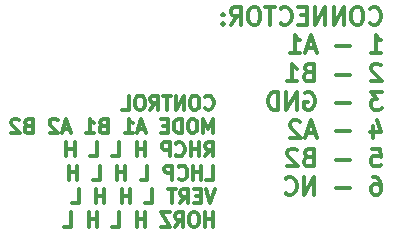
<source format=gbo>
%FSLAX34Y34*%
G04 Gerber Fmt 3.4, Leading zero omitted, Abs format*
G04 (created by PCBNEW (2014-03-19 BZR 4756)-product) date Mon Jun 30 13:49:00 2014*
%MOIN*%
G01*
G70*
G90*
G04 APERTURE LIST*
%ADD10C,0.005906*%
%ADD11C,0.011811*%
G04 APERTURE END LIST*
G54D10*
G54D11*
X60217Y-38219D02*
X60240Y-38242D01*
X60307Y-38264D01*
X60352Y-38264D01*
X60420Y-38242D01*
X60465Y-38197D01*
X60487Y-38152D01*
X60510Y-38062D01*
X60510Y-37994D01*
X60487Y-37904D01*
X60465Y-37859D01*
X60420Y-37814D01*
X60352Y-37792D01*
X60307Y-37792D01*
X60240Y-37814D01*
X60217Y-37837D01*
X59925Y-37792D02*
X59835Y-37792D01*
X59790Y-37814D01*
X59745Y-37859D01*
X59722Y-37949D01*
X59722Y-38107D01*
X59745Y-38197D01*
X59790Y-38242D01*
X59835Y-38264D01*
X59925Y-38264D01*
X59970Y-38242D01*
X60015Y-38197D01*
X60037Y-38107D01*
X60037Y-37949D01*
X60015Y-37859D01*
X59970Y-37814D01*
X59925Y-37792D01*
X59520Y-38264D02*
X59520Y-37792D01*
X59250Y-38264D01*
X59250Y-37792D01*
X59092Y-37792D02*
X58822Y-37792D01*
X58957Y-38264D02*
X58957Y-37792D01*
X58395Y-38264D02*
X58552Y-38039D01*
X58665Y-38264D02*
X58665Y-37792D01*
X58485Y-37792D01*
X58440Y-37814D01*
X58417Y-37837D01*
X58395Y-37882D01*
X58395Y-37949D01*
X58417Y-37994D01*
X58440Y-38017D01*
X58485Y-38039D01*
X58665Y-38039D01*
X58102Y-37792D02*
X58012Y-37792D01*
X57967Y-37814D01*
X57922Y-37859D01*
X57900Y-37949D01*
X57900Y-38107D01*
X57922Y-38197D01*
X57967Y-38242D01*
X58012Y-38264D01*
X58102Y-38264D01*
X58147Y-38242D01*
X58192Y-38197D01*
X58215Y-38107D01*
X58215Y-37949D01*
X58192Y-37859D01*
X58147Y-37814D01*
X58102Y-37792D01*
X57472Y-38264D02*
X57697Y-38264D01*
X57697Y-37792D01*
X60487Y-39044D02*
X60487Y-38571D01*
X60330Y-38909D01*
X60172Y-38571D01*
X60172Y-39044D01*
X59857Y-38571D02*
X59767Y-38571D01*
X59722Y-38594D01*
X59677Y-38639D01*
X59655Y-38729D01*
X59655Y-38886D01*
X59677Y-38976D01*
X59722Y-39021D01*
X59767Y-39044D01*
X59857Y-39044D01*
X59902Y-39021D01*
X59947Y-38976D01*
X59970Y-38886D01*
X59970Y-38729D01*
X59947Y-38639D01*
X59902Y-38594D01*
X59857Y-38571D01*
X59452Y-39044D02*
X59452Y-38571D01*
X59340Y-38571D01*
X59272Y-38594D01*
X59227Y-38639D01*
X59205Y-38684D01*
X59182Y-38774D01*
X59182Y-38841D01*
X59205Y-38931D01*
X59227Y-38976D01*
X59272Y-39021D01*
X59340Y-39044D01*
X59452Y-39044D01*
X58980Y-38796D02*
X58822Y-38796D01*
X58755Y-39044D02*
X58980Y-39044D01*
X58980Y-38571D01*
X58755Y-38571D01*
X58215Y-38909D02*
X57990Y-38909D01*
X58260Y-39044D02*
X58102Y-38571D01*
X57945Y-39044D01*
X57540Y-39044D02*
X57810Y-39044D01*
X57675Y-39044D02*
X57675Y-38571D01*
X57720Y-38639D01*
X57765Y-38684D01*
X57810Y-38706D01*
X56820Y-38796D02*
X56752Y-38819D01*
X56730Y-38841D01*
X56707Y-38886D01*
X56707Y-38954D01*
X56730Y-38999D01*
X56752Y-39021D01*
X56797Y-39044D01*
X56977Y-39044D01*
X56977Y-38571D01*
X56820Y-38571D01*
X56775Y-38594D01*
X56752Y-38616D01*
X56730Y-38661D01*
X56730Y-38706D01*
X56752Y-38751D01*
X56775Y-38774D01*
X56820Y-38796D01*
X56977Y-38796D01*
X56258Y-39044D02*
X56528Y-39044D01*
X56393Y-39044D02*
X56393Y-38571D01*
X56438Y-38639D01*
X56483Y-38684D01*
X56528Y-38706D01*
X55718Y-38909D02*
X55493Y-38909D01*
X55763Y-39044D02*
X55605Y-38571D01*
X55448Y-39044D01*
X55313Y-38616D02*
X55290Y-38594D01*
X55245Y-38571D01*
X55133Y-38571D01*
X55088Y-38594D01*
X55065Y-38616D01*
X55043Y-38661D01*
X55043Y-38706D01*
X55065Y-38774D01*
X55335Y-39044D01*
X55043Y-39044D01*
X54323Y-38796D02*
X54255Y-38819D01*
X54233Y-38841D01*
X54210Y-38886D01*
X54210Y-38954D01*
X54233Y-38999D01*
X54255Y-39021D01*
X54300Y-39044D01*
X54480Y-39044D01*
X54480Y-38571D01*
X54323Y-38571D01*
X54278Y-38594D01*
X54255Y-38616D01*
X54233Y-38661D01*
X54233Y-38706D01*
X54255Y-38751D01*
X54278Y-38774D01*
X54323Y-38796D01*
X54480Y-38796D01*
X54030Y-38616D02*
X54008Y-38594D01*
X53963Y-38571D01*
X53850Y-38571D01*
X53805Y-38594D01*
X53783Y-38616D01*
X53760Y-38661D01*
X53760Y-38706D01*
X53783Y-38774D01*
X54053Y-39044D01*
X53760Y-39044D01*
X60217Y-39823D02*
X60375Y-39598D01*
X60487Y-39823D02*
X60487Y-39351D01*
X60307Y-39351D01*
X60262Y-39374D01*
X60240Y-39396D01*
X60217Y-39441D01*
X60217Y-39508D01*
X60240Y-39553D01*
X60262Y-39576D01*
X60307Y-39598D01*
X60487Y-39598D01*
X60015Y-39823D02*
X60015Y-39351D01*
X60015Y-39576D02*
X59745Y-39576D01*
X59745Y-39823D02*
X59745Y-39351D01*
X59250Y-39778D02*
X59272Y-39801D01*
X59340Y-39823D01*
X59385Y-39823D01*
X59452Y-39801D01*
X59497Y-39756D01*
X59520Y-39711D01*
X59542Y-39621D01*
X59542Y-39553D01*
X59520Y-39464D01*
X59497Y-39419D01*
X59452Y-39374D01*
X59385Y-39351D01*
X59340Y-39351D01*
X59272Y-39374D01*
X59250Y-39396D01*
X59047Y-39823D02*
X59047Y-39351D01*
X58867Y-39351D01*
X58822Y-39374D01*
X58800Y-39396D01*
X58777Y-39441D01*
X58777Y-39508D01*
X58800Y-39553D01*
X58822Y-39576D01*
X58867Y-39598D01*
X59047Y-39598D01*
X58215Y-39823D02*
X58215Y-39351D01*
X58215Y-39576D02*
X57945Y-39576D01*
X57945Y-39823D02*
X57945Y-39351D01*
X57135Y-39823D02*
X57360Y-39823D01*
X57360Y-39351D01*
X56393Y-39823D02*
X56617Y-39823D01*
X56617Y-39351D01*
X55875Y-39823D02*
X55875Y-39351D01*
X55875Y-39576D02*
X55605Y-39576D01*
X55605Y-39823D02*
X55605Y-39351D01*
X60262Y-40603D02*
X60487Y-40603D01*
X60487Y-40131D01*
X60105Y-40603D02*
X60105Y-40131D01*
X60105Y-40356D02*
X59835Y-40356D01*
X59835Y-40603D02*
X59835Y-40131D01*
X59340Y-40558D02*
X59362Y-40580D01*
X59430Y-40603D01*
X59475Y-40603D01*
X59542Y-40580D01*
X59587Y-40535D01*
X59610Y-40491D01*
X59632Y-40401D01*
X59632Y-40333D01*
X59610Y-40243D01*
X59587Y-40198D01*
X59542Y-40153D01*
X59475Y-40131D01*
X59430Y-40131D01*
X59362Y-40153D01*
X59340Y-40176D01*
X59137Y-40603D02*
X59137Y-40131D01*
X58957Y-40131D01*
X58912Y-40153D01*
X58890Y-40176D01*
X58867Y-40221D01*
X58867Y-40288D01*
X58890Y-40333D01*
X58912Y-40356D01*
X58957Y-40378D01*
X59137Y-40378D01*
X58080Y-40603D02*
X58305Y-40603D01*
X58305Y-40131D01*
X57562Y-40603D02*
X57562Y-40131D01*
X57562Y-40356D02*
X57292Y-40356D01*
X57292Y-40603D02*
X57292Y-40131D01*
X56483Y-40603D02*
X56707Y-40603D01*
X56707Y-40131D01*
X55965Y-40603D02*
X55965Y-40131D01*
X55965Y-40356D02*
X55695Y-40356D01*
X55695Y-40603D02*
X55695Y-40131D01*
X60555Y-40910D02*
X60397Y-41383D01*
X60240Y-40910D01*
X60082Y-41135D02*
X59925Y-41135D01*
X59857Y-41383D02*
X60082Y-41383D01*
X60082Y-40910D01*
X59857Y-40910D01*
X59385Y-41383D02*
X59542Y-41158D01*
X59655Y-41383D02*
X59655Y-40910D01*
X59475Y-40910D01*
X59430Y-40933D01*
X59407Y-40955D01*
X59385Y-41000D01*
X59385Y-41068D01*
X59407Y-41113D01*
X59430Y-41135D01*
X59475Y-41158D01*
X59655Y-41158D01*
X59250Y-40910D02*
X58980Y-40910D01*
X59115Y-41383D02*
X59115Y-40910D01*
X58237Y-41383D02*
X58462Y-41383D01*
X58462Y-40910D01*
X57720Y-41383D02*
X57720Y-40910D01*
X57720Y-41135D02*
X57450Y-41135D01*
X57450Y-41383D02*
X57450Y-40910D01*
X56865Y-41383D02*
X56865Y-40910D01*
X56865Y-41135D02*
X56595Y-41135D01*
X56595Y-41383D02*
X56595Y-40910D01*
X55785Y-41383D02*
X56010Y-41383D01*
X56010Y-40910D01*
X60487Y-42162D02*
X60487Y-41690D01*
X60487Y-41915D02*
X60217Y-41915D01*
X60217Y-42162D02*
X60217Y-41690D01*
X59902Y-41690D02*
X59812Y-41690D01*
X59767Y-41712D01*
X59722Y-41757D01*
X59700Y-41847D01*
X59700Y-42005D01*
X59722Y-42095D01*
X59767Y-42140D01*
X59812Y-42162D01*
X59902Y-42162D01*
X59947Y-42140D01*
X59992Y-42095D01*
X60015Y-42005D01*
X60015Y-41847D01*
X59992Y-41757D01*
X59947Y-41712D01*
X59902Y-41690D01*
X59227Y-42162D02*
X59385Y-41937D01*
X59497Y-42162D02*
X59497Y-41690D01*
X59317Y-41690D01*
X59272Y-41712D01*
X59250Y-41735D01*
X59227Y-41780D01*
X59227Y-41847D01*
X59250Y-41892D01*
X59272Y-41915D01*
X59317Y-41937D01*
X59497Y-41937D01*
X59070Y-41690D02*
X58755Y-41690D01*
X59070Y-42162D01*
X58755Y-42162D01*
X58215Y-42162D02*
X58215Y-41690D01*
X58215Y-41915D02*
X57945Y-41915D01*
X57945Y-42162D02*
X57945Y-41690D01*
X57135Y-42162D02*
X57360Y-42162D01*
X57360Y-41690D01*
X56617Y-42162D02*
X56617Y-41690D01*
X56617Y-41915D02*
X56348Y-41915D01*
X56348Y-42162D02*
X56348Y-41690D01*
X55538Y-42162D02*
X55763Y-42162D01*
X55763Y-41690D01*
X65721Y-35376D02*
X65750Y-35404D01*
X65834Y-35432D01*
X65890Y-35432D01*
X65975Y-35404D01*
X66031Y-35348D01*
X66059Y-35291D01*
X66087Y-35179D01*
X66087Y-35095D01*
X66059Y-34982D01*
X66031Y-34926D01*
X65975Y-34870D01*
X65890Y-34841D01*
X65834Y-34841D01*
X65750Y-34870D01*
X65721Y-34898D01*
X65356Y-34841D02*
X65243Y-34841D01*
X65187Y-34870D01*
X65131Y-34926D01*
X65103Y-35038D01*
X65103Y-35235D01*
X65131Y-35348D01*
X65187Y-35404D01*
X65243Y-35432D01*
X65356Y-35432D01*
X65412Y-35404D01*
X65468Y-35348D01*
X65496Y-35235D01*
X65496Y-35038D01*
X65468Y-34926D01*
X65412Y-34870D01*
X65356Y-34841D01*
X64850Y-35432D02*
X64850Y-34841D01*
X64512Y-35432D01*
X64512Y-34841D01*
X64231Y-35432D02*
X64231Y-34841D01*
X63894Y-35432D01*
X63894Y-34841D01*
X63612Y-35123D02*
X63415Y-35123D01*
X63331Y-35432D02*
X63612Y-35432D01*
X63612Y-34841D01*
X63331Y-34841D01*
X62741Y-35376D02*
X62769Y-35404D01*
X62853Y-35432D01*
X62909Y-35432D01*
X62994Y-35404D01*
X63050Y-35348D01*
X63078Y-35291D01*
X63106Y-35179D01*
X63106Y-35095D01*
X63078Y-34982D01*
X63050Y-34926D01*
X62994Y-34870D01*
X62909Y-34841D01*
X62853Y-34841D01*
X62769Y-34870D01*
X62741Y-34898D01*
X62572Y-34841D02*
X62234Y-34841D01*
X62403Y-35432D02*
X62403Y-34841D01*
X61925Y-34841D02*
X61813Y-34841D01*
X61756Y-34870D01*
X61700Y-34926D01*
X61672Y-35038D01*
X61672Y-35235D01*
X61700Y-35348D01*
X61756Y-35404D01*
X61813Y-35432D01*
X61925Y-35432D01*
X61981Y-35404D01*
X62038Y-35348D01*
X62066Y-35235D01*
X62066Y-35038D01*
X62038Y-34926D01*
X61981Y-34870D01*
X61925Y-34841D01*
X61081Y-35432D02*
X61278Y-35151D01*
X61419Y-35432D02*
X61419Y-34841D01*
X61194Y-34841D01*
X61138Y-34870D01*
X61110Y-34898D01*
X61081Y-34954D01*
X61081Y-35038D01*
X61110Y-35095D01*
X61138Y-35123D01*
X61194Y-35151D01*
X61419Y-35151D01*
X60828Y-35376D02*
X60800Y-35404D01*
X60828Y-35432D01*
X60856Y-35404D01*
X60828Y-35376D01*
X60828Y-35432D01*
X60828Y-35066D02*
X60800Y-35095D01*
X60828Y-35123D01*
X60856Y-35095D01*
X60828Y-35066D01*
X60828Y-35123D01*
X65750Y-36377D02*
X66087Y-36377D01*
X65918Y-36377D02*
X65918Y-35786D01*
X65975Y-35871D01*
X66031Y-35927D01*
X66087Y-35955D01*
X65047Y-36152D02*
X64597Y-36152D01*
X63894Y-36208D02*
X63612Y-36208D01*
X63950Y-36377D02*
X63753Y-35786D01*
X63556Y-36377D01*
X63050Y-36377D02*
X63387Y-36377D01*
X63219Y-36377D02*
X63219Y-35786D01*
X63275Y-35871D01*
X63331Y-35927D01*
X63387Y-35955D01*
X66087Y-36787D02*
X66059Y-36759D01*
X66003Y-36731D01*
X65862Y-36731D01*
X65806Y-36759D01*
X65778Y-36787D01*
X65750Y-36844D01*
X65750Y-36900D01*
X65778Y-36984D01*
X66115Y-37322D01*
X65750Y-37322D01*
X65047Y-37097D02*
X64597Y-37097D01*
X63669Y-37012D02*
X63584Y-37041D01*
X63556Y-37069D01*
X63528Y-37125D01*
X63528Y-37209D01*
X63556Y-37266D01*
X63584Y-37294D01*
X63640Y-37322D01*
X63865Y-37322D01*
X63865Y-36731D01*
X63669Y-36731D01*
X63612Y-36759D01*
X63584Y-36787D01*
X63556Y-36844D01*
X63556Y-36900D01*
X63584Y-36956D01*
X63612Y-36984D01*
X63669Y-37012D01*
X63865Y-37012D01*
X62966Y-37322D02*
X63303Y-37322D01*
X63134Y-37322D02*
X63134Y-36731D01*
X63191Y-36816D01*
X63247Y-36872D01*
X63303Y-36900D01*
X66115Y-37676D02*
X65750Y-37676D01*
X65946Y-37901D01*
X65862Y-37901D01*
X65806Y-37929D01*
X65778Y-37957D01*
X65750Y-38014D01*
X65750Y-38154D01*
X65778Y-38210D01*
X65806Y-38239D01*
X65862Y-38267D01*
X66031Y-38267D01*
X66087Y-38239D01*
X66115Y-38210D01*
X65047Y-38042D02*
X64597Y-38042D01*
X63556Y-37704D02*
X63612Y-37676D01*
X63697Y-37676D01*
X63781Y-37704D01*
X63837Y-37760D01*
X63865Y-37817D01*
X63894Y-37929D01*
X63894Y-38014D01*
X63865Y-38126D01*
X63837Y-38182D01*
X63781Y-38239D01*
X63697Y-38267D01*
X63640Y-38267D01*
X63556Y-38239D01*
X63528Y-38210D01*
X63528Y-38014D01*
X63640Y-38014D01*
X63275Y-38267D02*
X63275Y-37676D01*
X62937Y-38267D01*
X62937Y-37676D01*
X62656Y-38267D02*
X62656Y-37676D01*
X62516Y-37676D01*
X62431Y-37704D01*
X62375Y-37760D01*
X62347Y-37817D01*
X62319Y-37929D01*
X62319Y-38014D01*
X62347Y-38126D01*
X62375Y-38182D01*
X62431Y-38239D01*
X62516Y-38267D01*
X62656Y-38267D01*
X65806Y-38818D02*
X65806Y-39212D01*
X65946Y-38593D02*
X66087Y-39015D01*
X65721Y-39015D01*
X65047Y-38987D02*
X64597Y-38987D01*
X63894Y-39043D02*
X63612Y-39043D01*
X63950Y-39212D02*
X63753Y-38621D01*
X63556Y-39212D01*
X63387Y-38677D02*
X63359Y-38649D01*
X63303Y-38621D01*
X63162Y-38621D01*
X63106Y-38649D01*
X63078Y-38677D01*
X63050Y-38733D01*
X63050Y-38790D01*
X63078Y-38874D01*
X63415Y-39212D01*
X63050Y-39212D01*
X65778Y-39566D02*
X66059Y-39566D01*
X66087Y-39847D01*
X66059Y-39819D01*
X66003Y-39791D01*
X65862Y-39791D01*
X65806Y-39819D01*
X65778Y-39847D01*
X65750Y-39903D01*
X65750Y-40044D01*
X65778Y-40100D01*
X65806Y-40128D01*
X65862Y-40156D01*
X66003Y-40156D01*
X66059Y-40128D01*
X66087Y-40100D01*
X65047Y-39931D02*
X64597Y-39931D01*
X63669Y-39847D02*
X63584Y-39875D01*
X63556Y-39903D01*
X63528Y-39960D01*
X63528Y-40044D01*
X63556Y-40100D01*
X63584Y-40128D01*
X63640Y-40156D01*
X63865Y-40156D01*
X63865Y-39566D01*
X63669Y-39566D01*
X63612Y-39594D01*
X63584Y-39622D01*
X63556Y-39678D01*
X63556Y-39735D01*
X63584Y-39791D01*
X63612Y-39819D01*
X63669Y-39847D01*
X63865Y-39847D01*
X63303Y-39622D02*
X63275Y-39594D01*
X63219Y-39566D01*
X63078Y-39566D01*
X63022Y-39594D01*
X62994Y-39622D01*
X62966Y-39678D01*
X62966Y-39735D01*
X62994Y-39819D01*
X63331Y-40156D01*
X62966Y-40156D01*
X65806Y-40511D02*
X65918Y-40511D01*
X65975Y-40539D01*
X66003Y-40567D01*
X66059Y-40651D01*
X66087Y-40764D01*
X66087Y-40989D01*
X66059Y-41045D01*
X66031Y-41073D01*
X65975Y-41101D01*
X65862Y-41101D01*
X65806Y-41073D01*
X65778Y-41045D01*
X65750Y-40989D01*
X65750Y-40848D01*
X65778Y-40792D01*
X65806Y-40764D01*
X65862Y-40736D01*
X65975Y-40736D01*
X66031Y-40764D01*
X66059Y-40792D01*
X66087Y-40848D01*
X65047Y-40876D02*
X64597Y-40876D01*
X63865Y-41101D02*
X63865Y-40511D01*
X63528Y-41101D01*
X63528Y-40511D01*
X62909Y-41045D02*
X62937Y-41073D01*
X63022Y-41101D01*
X63078Y-41101D01*
X63162Y-41073D01*
X63219Y-41017D01*
X63247Y-40961D01*
X63275Y-40848D01*
X63275Y-40764D01*
X63247Y-40651D01*
X63219Y-40595D01*
X63162Y-40539D01*
X63078Y-40511D01*
X63022Y-40511D01*
X62937Y-40539D01*
X62909Y-40567D01*
M02*

</source>
